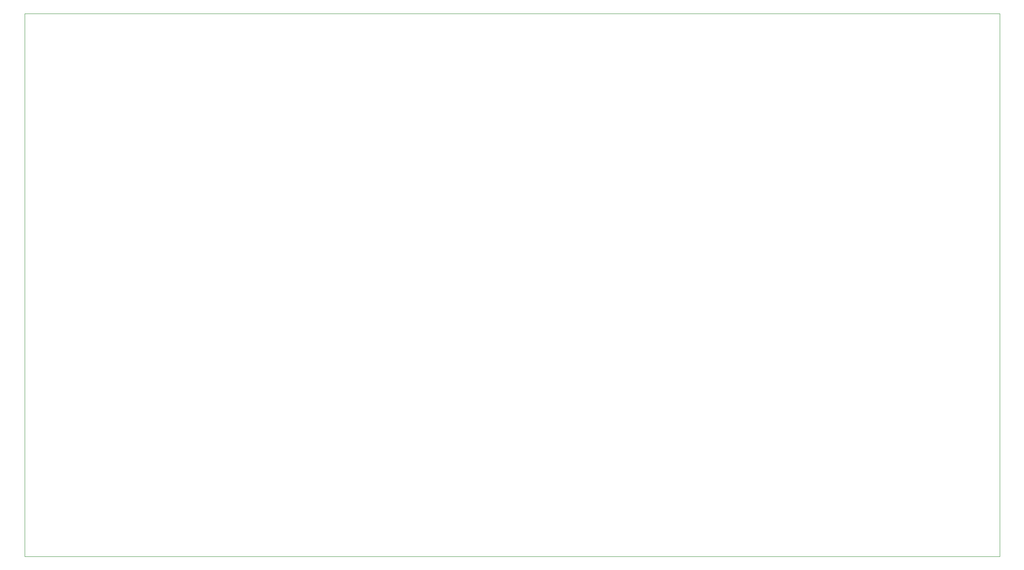
<source format=gbr>
%TF.GenerationSoftware,KiCad,Pcbnew,(5.1.9)-1*%
%TF.CreationDate,2021-05-20T16:46:48+02:00*%
%TF.ProjectId,AR2ISS_MainCTL_HW,41523249-5353-45f4-9d61-696e43544c5f,rev?*%
%TF.SameCoordinates,PXe448a9c0PYfd535690*%
%TF.FileFunction,Profile,NP*%
%FSLAX46Y46*%
G04 Gerber Fmt 4.6, Leading zero omitted, Abs format (unit mm)*
G04 Created by KiCad (PCBNEW (5.1.9)-1) date 2021-05-20 16:46:48*
%MOMM*%
%LPD*%
G01*
G04 APERTURE LIST*
%TA.AperFunction,Profile*%
%ADD10C,0.050000*%
%TD*%
G04 APERTURE END LIST*
D10*
X200660000Y111760000D02*
X0Y111760000D01*
X200660000Y0D02*
X200660000Y111760000D01*
X0Y0D02*
X200660000Y0D01*
X0Y55880000D02*
X0Y0D01*
X0Y55880000D02*
X0Y111760000D01*
M02*

</source>
